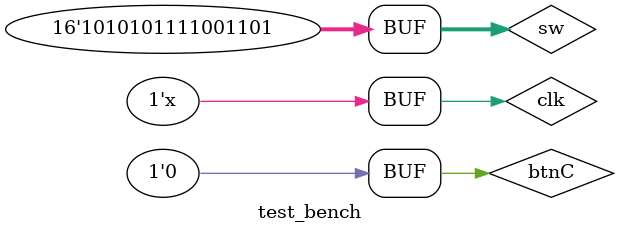
<source format=v>
`timescale 1ns / 1ps


module test_bench();

  reg [15:0] sw;
  reg clk;
  reg btnC; 
  wire [3:0] an;
  wire [6:0] seg;
  wire dp; 
  
clock_dividers U1( 
  .sw(sw),
  .clk(clk),
  .btnC(btnC),
  .an(an),
  .seg(seg),
  .dp(dp)
  );

  always #5 clk=~clk;
  initial
  begin
    // Initialize inputs
    clk = 0;
    btnC=1;
    sw = 16'hABCD;
    #20 btnC =0;
 
 #1000;

   end
   endmodule 
   

  
  
  
  


</source>
